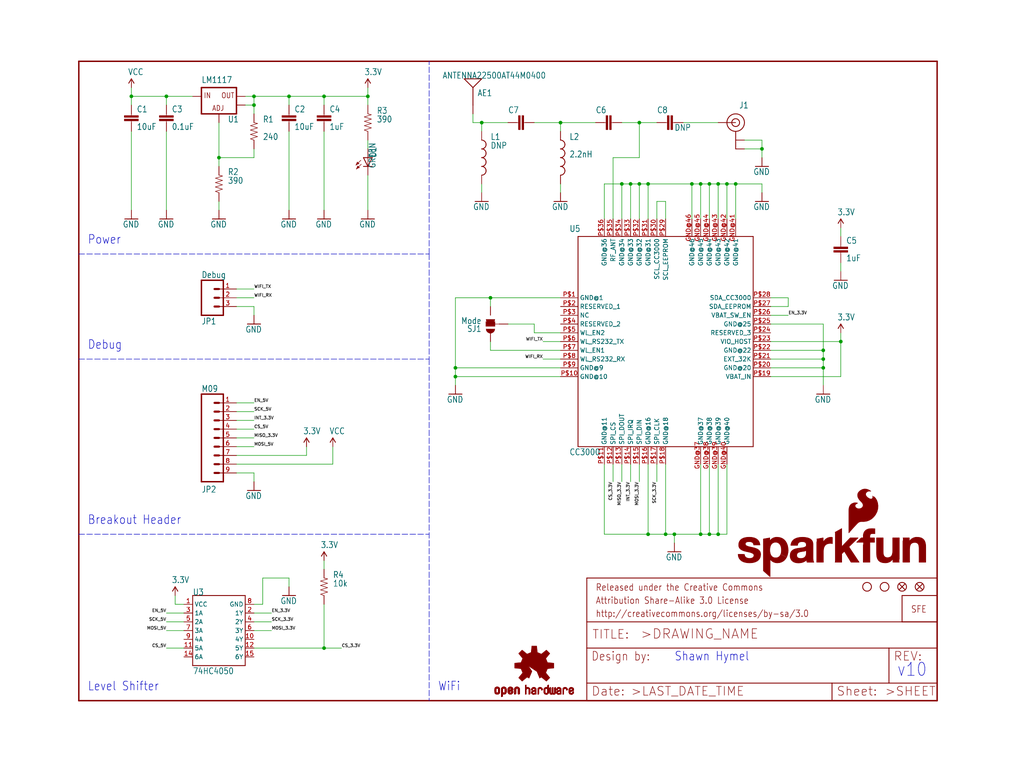
<source format=kicad_sch>
(kicad_sch (version 20211123) (generator eeschema)
  (paper "User" 297.002 223.926)
  (lib_symbols
    (symbol "eagleSchem-eagle-import:3.3V" (power)
      (property "Value" "3.3V" (at -1.016 3.556 0))
      (symbol "3.3V_1_0"
        (pin power_in line (at 0 0 90) (length 2.54) (name "3.3V") (number "1"))
      )
    )
    (symbol "eagleSchem-eagle-import:ANTENNA22500AT44M0400"
      (property "Value" "ANTENNA22500AT44M0400" (at 1.27 -2.54 0))
      (symbol "ANTENNA22500AT44M0400_1_0"
        (pin bidirectional line (at 0 -5.08 90) (length 2.54) (name "SIGNAL") (number "FEED"))
      )
    )
    (symbol "eagleSchem-eagle-import:CAP0603-CAP"
      (property "Reference" "C" (at 1.524 2.921 0))
      (property "Value" "CAP0603-CAP" (at 1.524 -2.159 0))
      (symbol "CAP0603-CAP_1_0"
        (pin passive line (at 0 5.08 270) (length 2.54) (name "1") (number "1"))
        (pin passive line (at 0 -2.54 90) (length 2.54) (name "2") (number "2"))
      )
    )
    (symbol "eagleSchem-eagle-import:CAP0805"
      (property "Reference" "C" (at 1.524 2.921 0))
      (property "Value" "CAP0805" (at 1.524 -2.159 0))
      (symbol "CAP0805_1_0"
        (pin passive line (at 0 5.08 270) (length 2.54) (name "1") (number "1"))
        (pin passive line (at 0 -2.54 90) (length 2.54) (name "2") (number "2"))
      )
    )
    (symbol "eagleSchem-eagle-import:CC3000"
      (property "Value" "CC3000" (at -27.94 -33.02 0))
      (symbol "CC3000_1_0"
        (pin bidirectional line (at 10.16 -35.56 90) (length 5.08) (name "GND@37") (number "GND@37"))
        (pin bidirectional line (at 12.7 -35.56 90) (length 5.08) (name "GND@38") (number "GND@38"))
        (pin bidirectional line (at 15.24 -35.56 90) (length 5.08) (name "GND@39") (number "GND@39"))
        (pin bidirectional line (at 17.78 -35.56 90) (length 5.08) (name "GND@40") (number "GND@40"))
        (pin bidirectional line (at 20.32 35.56 270) (length 5.08) (name "GND@41") (number "GND@41"))
        (pin bidirectional line (at 17.78 35.56 270) (length 5.08) (name "GND@42") (number "GND@42"))
        (pin bidirectional line (at 15.24 35.56 270) (length 5.08) (name "GND@43") (number "GND@43"))
        (pin bidirectional line (at 12.7 35.56 270) (length 5.08) (name "GND@44") (number "GND@44"))
        (pin bidirectional line (at 10.16 35.56 270) (length 5.08) (name "GND@45") (number "GND@45"))
        (pin bidirectional line (at 7.62 35.56 270) (length 5.08) (name "GND@46") (number "GND@46"))
        (pin bidirectional line (at -30.48 12.7 0) (length 5.08) (name "GND@1") (number "P$1"))
        (pin bidirectional line (at -30.48 -10.16 0) (length 5.08) (name "GND@10") (number "P$10"))
        (pin bidirectional line (at -17.78 -35.56 90) (length 5.08) (name "GND@11") (number "P$11"))
        (pin bidirectional line (at -15.24 -35.56 90) (length 5.08) (name "SPI_CS") (number "P$12"))
        (pin bidirectional line (at -12.7 -35.56 90) (length 5.08) (name "SPI_DOUT") (number "P$13"))
        (pin bidirectional line (at -10.16 -35.56 90) (length 5.08) (name "SPI_IRQ") (number "P$14"))
        (pin bidirectional line (at -7.62 -35.56 90) (length 5.08) (name "SPI_DIN") (number "P$15"))
        (pin bidirectional line (at -5.08 -35.56 90) (length 5.08) (name "GND@16") (number "P$16"))
        (pin bidirectional line (at -2.54 -35.56 90) (length 5.08) (name "SPI_CLK") (number "P$17"))
        (pin bidirectional line (at 0 -35.56 90) (length 5.08) (name "GND@18") (number "P$18"))
        (pin bidirectional line (at 30.48 -10.16 180) (length 5.08) (name "VBAT_IN") (number "P$19"))
        (pin bidirectional line (at -30.48 10.16 0) (length 5.08) (name "RESERVED_1") (number "P$2"))
        (pin bidirectional line (at 30.48 -7.62 180) (length 5.08) (name "GND@20") (number "P$20"))
        (pin bidirectional line (at 30.48 -5.08 180) (length 5.08) (name "EXT_32K") (number "P$21"))
        (pin bidirectional line (at 30.48 -2.54 180) (length 5.08) (name "GND@22") (number "P$22"))
        (pin bidirectional line (at 30.48 0 180) (length 5.08) (name "VIO_HOST") (number "P$23"))
        (pin bidirectional line (at 30.48 2.54 180) (length 5.08) (name "RESERVED_3") (number "P$24"))
        (pin bidirectional line (at 30.48 5.08 180) (length 5.08) (name "GND@25") (number "P$25"))
        (pin bidirectional line (at 30.48 7.62 180) (length 5.08) (name "VBAT_SW_EN") (number "P$26"))
        (pin bidirectional line (at 30.48 10.16 180) (length 5.08) (name "SDA_EEPROM") (number "P$27"))
        (pin bidirectional line (at 30.48 12.7 180) (length 5.08) (name "SDA_CC3000") (number "P$28"))
        (pin bidirectional line (at 0 35.56 270) (length 5.08) (name "SCL_EEPROM") (number "P$29"))
        (pin bidirectional line (at -30.48 7.62 0) (length 5.08) (name "NC") (number "P$3"))
        (pin bidirectional line (at -2.54 35.56 270) (length 5.08) (name "SCL_CC3000") (number "P$30"))
        (pin bidirectional line (at -5.08 35.56 270) (length 5.08) (name "GND@31") (number "P$31"))
        (pin bidirectional line (at -7.62 35.56 270) (length 5.08) (name "GND@32") (number "P$32"))
        (pin bidirectional line (at -10.16 35.56 270) (length 5.08) (name "GND@33") (number "P$33"))
        (pin bidirectional line (at -12.7 35.56 270) (length 5.08) (name "GND@34") (number "P$34"))
        (pin bidirectional line (at -15.24 35.56 270) (length 5.08) (name "RF_ANT") (number "P$35"))
        (pin bidirectional line (at -17.78 35.56 270) (length 5.08) (name "GND@36") (number "P$36"))
        (pin bidirectional line (at -30.48 5.08 0) (length 5.08) (name "RESERVED_2") (number "P$4"))
        (pin bidirectional line (at -30.48 2.54 0) (length 5.08) (name "WL_EN2") (number "P$5"))
        (pin bidirectional line (at -30.48 0 0) (length 5.08) (name "WL_RS232_TX") (number "P$6"))
        (pin bidirectional line (at -30.48 -2.54 0) (length 5.08) (name "WL_EN1") (number "P$7"))
        (pin bidirectional line (at -30.48 -5.08 0) (length 5.08) (name "WL_RS232_RX") (number "P$8"))
        (pin bidirectional line (at -30.48 -7.62 0) (length 5.08) (name "GND@9") (number "P$9"))
      )
    )
    (symbol "eagleSchem-eagle-import:FIDUCIAL1X2")
    (symbol "eagleSchem-eagle-import:FRAME-LETTER"
      (symbol "FRAME-LETTER_2_0"
        (text ">DRAWING_NAME" (at 15.494 17.78 0) (effects (font (size 2.7432 2.7432)) (justify left bottom)))
        (text ">LAST_DATE_TIME" (at 12.7 1.27 0) (effects (font (size 2.54 2.54)) (justify left bottom)))
        (text ">SHEET" (at 86.36 1.27 0) (effects (font (size 2.54 2.54)) (justify left bottom)))
        (text "Attribution Share-Alike 3.0 License" (at 2.54 27.94 0) (effects (font (size 1.9304 1.6408)) (justify left bottom)))
        (text "Date:" (at 1.27 1.27 0) (effects (font (size 2.54 2.54)) (justify left bottom)))
        (text "Design by:" (at 1.27 11.43 0) (effects (font (size 2.54 2.159)) (justify left bottom)))
        (text "http://creativecommons.org/licenses/by-sa/3.0" (at 2.54 24.13 0) (effects (font (size 1.9304 1.6408)) (justify left bottom)))
        (text "Released under the Creative Commons" (at 2.54 31.75 0) (effects (font (size 1.9304 1.6408)) (justify left bottom)))
        (text "REV:" (at 88.9 11.43 0) (effects (font (size 2.54 2.54)) (justify left bottom)))
        (text "Sheet:" (at 72.39 1.27 0) (effects (font (size 2.54 2.54)) (justify left bottom)))
        (text "TITLE:" (at 1.524 17.78 0) (effects (font (size 2.54 2.54)) (justify left bottom)))
      )
    )
    (symbol "eagleSchem-eagle-import:GND" (power)
      (property "Value" "GND" (at -2.54 -2.54 0))
      (symbol "GND_1_0"
        (pin power_in line (at 0 2.54 270) (length 2.54) (name "GND") (number "1"))
      )
    )
    (symbol "eagleSchem-eagle-import:HEX_CONVERTER"
      (property "Reference" "U" (at -7.62 10.16 0))
      (property "Value" "HEX_CONVERTER" (at -7.62 -12.7 0))
      (symbol "HEX_CONVERTER_1_0"
        (pin bidirectional line (at -10.16 7.62 0) (length 2.54) (name "VCC") (number "1"))
        (pin bidirectional line (at 10.16 -2.54 180) (length 2.54) (name "4Y") (number "10"))
        (pin bidirectional line (at -10.16 -5.08 0) (length 2.54) (name "5A") (number "11"))
        (pin bidirectional line (at 10.16 -5.08 180) (length 2.54) (name "5Y") (number "12"))
        (pin bidirectional line (at -10.16 -7.62 0) (length 2.54) (name "6A") (number "14"))
        (pin bidirectional line (at 10.16 -7.62 180) (length 2.54) (name "6Y") (number "15"))
        (pin bidirectional line (at 10.16 5.08 180) (length 2.54) (name "1Y") (number "2"))
        (pin bidirectional line (at -10.16 5.08 0) (length 2.54) (name "1A") (number "3"))
        (pin bidirectional line (at 10.16 2.54 180) (length 2.54) (name "2Y") (number "4"))
        (pin bidirectional line (at -10.16 2.54 0) (length 2.54) (name "2A") (number "5"))
        (pin bidirectional line (at 10.16 0 180) (length 2.54) (name "3Y") (number "6"))
        (pin bidirectional line (at -10.16 0 0) (length 2.54) (name "3A") (number "7"))
        (pin bidirectional line (at 10.16 7.62 180) (length 2.54) (name "GND") (number "8"))
        (pin bidirectional line (at -10.16 -2.54 0) (length 2.54) (name "4A") (number "9"))
      )
    )
    (symbol "eagleSchem-eagle-import:INDUCTOR0603"
      (property "Reference" "L" (at 2.54 5.08 0))
      (property "Value" "INDUCTOR0603" (at 2.54 -5.08 0))
      (symbol "INDUCTOR0603_1_0"
        (pin passive line (at 0 7.62 270) (length 2.54) (name "1") (number "1"))
        (pin passive line (at 0 -7.62 90) (length 2.54) (name "2") (number "2"))
      )
    )
    (symbol "eagleSchem-eagle-import:LED-GREEN0603"
      (property "Reference" "D" (at 3.556 -4.572 90))
      (property "Value" "LED-GREEN0603" (at 5.715 -4.572 90))
      (symbol "LED-GREEN0603_1_0"
        (pin passive line (at 0 2.54 270) (length 2.54) (name "A") (number "A"))
        (pin passive line (at 0 -5.08 90) (length 2.54) (name "C") (number "C"))
      )
    )
    (symbol "eagleSchem-eagle-import:LOGO-SFESK"
      (symbol "LOGO-SFESK_1_0"
        (text "SFE" (at 0 0 0) (effects (font (size 1.9304 1.6408)) (justify left bottom)))
      )
    )
    (symbol "eagleSchem-eagle-import:M03PTH"
      (property "Reference" "JP" (at -2.54 5.842 0))
      (property "Value" "M03PTH" (at -2.54 -7.62 0))
      (symbol "M03PTH_1_0"
        (pin passive line (at 7.62 -2.54 180) (length 5.08) (name "1") (number "1"))
        (pin passive line (at 7.62 0 180) (length 5.08) (name "2") (number "2"))
        (pin passive line (at 7.62 2.54 180) (length 5.08) (name "3") (number "3"))
      )
    )
    (symbol "eagleSchem-eagle-import:M09"
      (property "Reference" "JP" (at 0 16.51 0))
      (property "Value" "M09" (at 0 -15.24 0))
      (symbol "M09_1_0"
        (pin passive line (at 10.16 -10.16 180) (length 5.08) (name "1") (number "1"))
        (pin passive line (at 10.16 -7.62 180) (length 5.08) (name "2") (number "2"))
        (pin passive line (at 10.16 -5.08 180) (length 5.08) (name "3") (number "3"))
        (pin passive line (at 10.16 -2.54 180) (length 5.08) (name "4") (number "4"))
        (pin passive line (at 10.16 0 180) (length 5.08) (name "5") (number "5"))
        (pin passive line (at 10.16 2.54 180) (length 5.08) (name "6") (number "6"))
        (pin passive line (at 10.16 5.08 180) (length 5.08) (name "7") (number "7"))
        (pin passive line (at 10.16 7.62 180) (length 5.08) (name "8") (number "8"))
        (pin passive line (at 10.16 10.16 180) (length 5.08) (name "9") (number "9"))
      )
    )
    (symbol "eagleSchem-eagle-import:OSHW-LOGOS")
    (symbol "eagleSchem-eagle-import:RESISTOR0603"
      (property "Reference" "R" (at -3.81 1.4986 0))
      (property "Value" "RESISTOR0603" (at -3.81 -3.302 0))
      (symbol "RESISTOR0603_1_0"
        (pin passive line (at -5.08 0 0) (length 2.54) (name "1") (number "1"))
        (pin passive line (at 5.08 0 180) (length 2.54) (name "2") (number "2"))
      )
    )
    (symbol "eagleSchem-eagle-import:RESISTOR0603-RES"
      (property "Reference" "R" (at -3.81 1.4986 0))
      (property "Value" "RESISTOR0603-RES" (at -3.81 -3.302 0))
      (symbol "RESISTOR0603-RES_1_0"
        (pin passive line (at -5.08 0 0) (length 2.54) (name "1") (number "1"))
        (pin passive line (at 5.08 0 180) (length 2.54) (name "2") (number "2"))
      )
    )
    (symbol "eagleSchem-eagle-import:SFE_LOGO_NAME_FLAME.1_INCH")
    (symbol "eagleSchem-eagle-import:SOLDERJUMPER_2WAYPASTE1&2"
      (property "Reference" "SJ" (at 2.54 0.381 0))
      (property "Value" "SOLDERJUMPER_2WAYPASTE1&2" (at 2.54 -1.905 0))
      (symbol "SOLDERJUMPER_2WAYPASTE1&2_1_0"
        (pin passive line (at 0 5.08 270) (length 2.54) (name "1") (number "1"))
        (pin passive line (at -5.08 0 0) (length 2.54) (name "2") (number "2"))
        (pin passive line (at 0 -5.08 90) (length 2.54) (name "3") (number "3"))
      )
    )
    (symbol "eagleSchem-eagle-import:STAND-OFF")
    (symbol "eagleSchem-eagle-import:U.FL"
      (property "Reference" "J" (at -3.81 4.064 0))
      (symbol "U.FL_1_0"
        (pin bidirectional line (at -2.54 -5.08 0) (length 2.54) (name "GND@0") (number "P$1"))
        (pin bidirectional line (at -2.54 -7.62 0) (length 2.54) (name "GND@1") (number "P$2"))
        (pin bidirectional line (at 5.08 0 180) (length 5.08) (name "SIGNAL") (number "P$3"))
      )
    )
    (symbol "eagleSchem-eagle-import:VCC" (power)
      (property "Value" "VCC" (at -1.016 3.556 0))
      (symbol "VCC_1_0"
        (pin power_in line (at 0 0 90) (length 2.54) (name "VCC") (number "1"))
      )
    )
    (symbol "eagleSchem-eagle-import:V_REG_LM1117SOT223"
      (property "Reference" "IC" (at 2.54 -7.62 0))
      (property "Value" "V_REG_LM1117SOT223" (at 2.54 -10.16 0))
      (symbol "V_REG_LM1117SOT223_1_0"
        (text "ADJ" (at -2.032 -4.318 0) (effects (font (size 1.524 1.2954)) (justify left bottom)))
        (text "IN" (at -4.445 -0.635 0) (effects (font (size 1.524 1.2954)) (justify left bottom)))
        (text "OUT" (at 0.635 -0.635 0) (effects (font (size 1.524 1.2954)) (justify left bottom)))
        (pin input line (at 0 -7.62 90) (length 2.54) (name "ADJ") (number "1"))
        (pin output line (at 7.62 0 180) (length 2.54) (name "OUT") (number "2"))
        (pin input line (at -7.62 0 0) (length 2.54) (name "IN") (number "3"))
        (pin output line (at 7.62 -2.54 180) (length 2.54) (name "OUT@1") (number "4"))
      )
    )
  )
  (junction (at 238.76 104.14))
  (junction (at 106.68 27.94))
  (junction (at 187.96 53.34))
  (junction (at 208.28 53.34))
  (junction (at 205.74 53.34))
  (junction (at 238.76 106.68))
  (junction (at 238.76 101.6))
  (junction (at 63.5 45.72))
  (junction (at 73.66 27.94))
  (junction (at 213.36 53.34))
  (junction (at 48.26 27.94))
  (junction (at 203.2 53.34))
  (junction (at 203.2 154.94))
  (junction (at 185.42 35.56))
  (junction (at 220.98 43.18))
  (junction (at 208.28 154.94))
  (junction (at 200.66 53.34))
  (junction (at 193.04 154.94))
  (junction (at 180.34 53.34))
  (junction (at 187.96 154.94))
  (junction (at 195.58 154.94))
  (junction (at 93.98 187.96))
  (junction (at 243.84 99.06))
  (junction (at 182.88 53.34))
  (junction (at 38.1 27.94))
  (junction (at 139.7 35.56))
  (junction (at 162.56 35.56))
  (junction (at 205.74 154.94))
  (junction (at 93.98 27.94))
  (junction (at 132.08 106.68))
  (junction (at 210.82 53.34))
  (junction (at 83.82 27.94))
  (junction (at 142.24 86.36))
  (junction (at 185.42 53.34))
  (junction (at 73.66 30.48))
  (junction (at 132.08 109.22))
  (wire (pts (xy 187.96 53.34) (xy 200.66 53.34)))
  (wire (pts (xy 93.98 187.96) (xy 99.06 187.96)))
  (wire (pts (xy 162.56 86.36) (xy 142.24 86.36)))
  (wire (pts (xy 73.66 30.48) (xy 73.66 33.02)))
  (wire (pts (xy 139.7 35.56) (xy 137.16 35.56)))
  (wire (pts (xy 228.6 88.9) (xy 223.52 88.9)))
  (wire (pts (xy 68.58 132.08) (xy 88.9 132.08)))
  (wire (pts (xy 220.98 43.18) (xy 220.98 45.72)))
  (wire (pts (xy 132.08 106.68) (xy 132.08 109.22)))
  (wire (pts (xy 205.74 63.5) (xy 205.74 53.34)))
  (wire (pts (xy 177.8 134.62) (xy 177.8 139.7)))
  (wire (pts (xy 223.52 99.06) (xy 243.84 99.06)))
  (wire (pts (xy 180.34 53.34) (xy 182.88 53.34)))
  (wire (pts (xy 93.98 175.26) (xy 93.98 187.96)))
  (wire (pts (xy 220.98 40.64) (xy 220.98 43.18)))
  (wire (pts (xy 73.66 27.94) (xy 83.82 27.94)))
  (wire (pts (xy 93.98 38.1) (xy 93.98 60.96)))
  (wire (pts (xy 180.34 63.5) (xy 180.34 53.34)))
  (wire (pts (xy 185.42 63.5) (xy 185.42 53.34)))
  (wire (pts (xy 182.88 53.34) (xy 185.42 53.34)))
  (wire (pts (xy 106.68 25.4) (xy 106.68 27.94)))
  (wire (pts (xy 223.52 109.22) (xy 243.84 109.22)))
  (wire (pts (xy 193.04 154.94) (xy 195.58 154.94)))
  (wire (pts (xy 132.08 109.22) (xy 132.08 111.76)))
  (wire (pts (xy 238.76 104.14) (xy 238.76 106.68)))
  (wire (pts (xy 175.26 63.5) (xy 175.26 53.34)))
  (wire (pts (xy 162.56 109.22) (xy 132.08 109.22)))
  (wire (pts (xy 48.26 30.48) (xy 48.26 27.94)))
  (wire (pts (xy 53.34 182.88) (xy 48.26 182.88)))
  (wire (pts (xy 213.36 53.34) (xy 220.98 53.34)))
  (wire (pts (xy 210.82 63.5) (xy 210.82 53.34)))
  (wire (pts (xy 182.88 63.5) (xy 182.88 53.34)))
  (wire (pts (xy 93.98 165.1) (xy 93.98 162.56)))
  (wire (pts (xy 198.12 35.56) (xy 208.28 35.56)))
  (wire (pts (xy 243.84 66.04) (xy 243.84 68.58)))
  (wire (pts (xy 243.84 76.2) (xy 243.84 78.74)))
  (wire (pts (xy 73.66 187.96) (xy 93.98 187.96)))
  (wire (pts (xy 195.58 154.94) (xy 203.2 154.94)))
  (wire (pts (xy 68.58 124.46) (xy 73.66 124.46)))
  (wire (pts (xy 203.2 154.94) (xy 205.74 154.94)))
  (wire (pts (xy 190.5 63.5) (xy 190.5 58.42)))
  (wire (pts (xy 215.9 43.18) (xy 220.98 43.18)))
  (wire (pts (xy 162.56 99.06) (xy 157.48 99.06)))
  (wire (pts (xy 132.08 86.36) (xy 132.08 106.68)))
  (wire (pts (xy 73.66 45.72) (xy 63.5 45.72)))
  (wire (pts (xy 208.28 63.5) (xy 208.28 53.34)))
  (wire (pts (xy 38.1 27.94) (xy 48.26 27.94)))
  (wire (pts (xy 48.26 38.1) (xy 48.26 60.96)))
  (wire (pts (xy 228.6 86.36) (xy 228.6 88.9)))
  (wire (pts (xy 93.98 30.48) (xy 93.98 27.94)))
  (wire (pts (xy 142.24 88.9) (xy 142.24 86.36)))
  (wire (pts (xy 162.56 96.52) (xy 154.94 96.52)))
  (wire (pts (xy 106.68 27.94) (xy 106.68 30.48)))
  (wire (pts (xy 50.8 175.26) (xy 50.8 172.72)))
  (polyline (pts (xy 124.46 73.66) (xy 124.46 17.78)))
  (wire (pts (xy 38.1 38.1) (xy 38.1 60.96)))
  (wire (pts (xy 203.2 53.34) (xy 205.74 53.34)))
  (wire (pts (xy 187.96 154.94) (xy 187.96 134.62)))
  (wire (pts (xy 220.98 53.34) (xy 220.98 55.88)))
  (polyline (pts (xy 124.46 73.66) (xy 124.46 104.14)))
  (wire (pts (xy 185.42 35.56) (xy 180.34 35.56)))
  (wire (pts (xy 223.52 93.98) (xy 238.76 93.98)))
  (wire (pts (xy 106.68 50.8) (xy 106.68 60.96)))
  (wire (pts (xy 175.26 53.34) (xy 180.34 53.34)))
  (wire (pts (xy 73.66 43.18) (xy 73.66 45.72)))
  (wire (pts (xy 208.28 53.34) (xy 210.82 53.34)))
  (wire (pts (xy 187.96 63.5) (xy 187.96 53.34)))
  (wire (pts (xy 190.5 35.56) (xy 185.42 35.56)))
  (wire (pts (xy 96.52 134.62) (xy 96.52 129.54)))
  (wire (pts (xy 162.56 38.1) (xy 162.56 35.56)))
  (wire (pts (xy 139.7 35.56) (xy 139.7 38.1)))
  (wire (pts (xy 142.24 101.6) (xy 162.56 101.6)))
  (wire (pts (xy 76.2 167.64) (xy 83.82 167.64)))
  (wire (pts (xy 83.82 27.94) (xy 83.82 30.48)))
  (wire (pts (xy 243.84 109.22) (xy 243.84 99.06)))
  (wire (pts (xy 172.72 35.56) (xy 162.56 35.56)))
  (wire (pts (xy 139.7 53.34) (xy 139.7 55.88)))
  (polyline (pts (xy 22.86 73.66) (xy 124.46 73.66)))
  (wire (pts (xy 147.32 35.56) (xy 139.7 35.56)))
  (wire (pts (xy 223.52 104.14) (xy 238.76 104.14)))
  (wire (pts (xy 205.74 134.62) (xy 205.74 154.94)))
  (wire (pts (xy 238.76 101.6) (xy 238.76 104.14)))
  (wire (pts (xy 142.24 99.06) (xy 142.24 101.6)))
  (wire (pts (xy 223.52 86.36) (xy 228.6 86.36)))
  (wire (pts (xy 68.58 121.92) (xy 73.66 121.92)))
  (wire (pts (xy 73.66 88.9) (xy 73.66 91.44)))
  (wire (pts (xy 162.56 35.56) (xy 154.94 35.56)))
  (wire (pts (xy 177.8 45.72) (xy 185.42 45.72)))
  (wire (pts (xy 73.66 177.8) (xy 78.74 177.8)))
  (wire (pts (xy 68.58 88.9) (xy 73.66 88.9)))
  (wire (pts (xy 162.56 106.68) (xy 132.08 106.68)))
  (wire (pts (xy 53.34 187.96) (xy 48.26 187.96)))
  (wire (pts (xy 68.58 119.38) (xy 73.66 119.38)))
  (wire (pts (xy 182.88 134.62) (xy 182.88 139.7)))
  (wire (pts (xy 68.58 83.82) (xy 73.66 83.82)))
  (wire (pts (xy 205.74 154.94) (xy 208.28 154.94)))
  (wire (pts (xy 162.56 53.34) (xy 162.56 55.88)))
  (wire (pts (xy 142.24 86.36) (xy 132.08 86.36)))
  (wire (pts (xy 180.34 134.62) (xy 180.34 139.7)))
  (wire (pts (xy 68.58 134.62) (xy 96.52 134.62)))
  (wire (pts (xy 190.5 134.62) (xy 190.5 139.7)))
  (wire (pts (xy 68.58 86.36) (xy 73.66 86.36)))
  (wire (pts (xy 185.42 45.72) (xy 185.42 35.56)))
  (wire (pts (xy 93.98 27.94) (xy 106.68 27.94)))
  (wire (pts (xy 208.28 134.62) (xy 208.28 154.94)))
  (wire (pts (xy 76.2 175.26) (xy 76.2 167.64)))
  (wire (pts (xy 71.12 27.94) (xy 73.66 27.94)))
  (wire (pts (xy 73.66 182.88) (xy 78.74 182.88)))
  (wire (pts (xy 210.82 53.34) (xy 213.36 53.34)))
  (wire (pts (xy 73.66 137.16) (xy 73.66 139.7)))
  (wire (pts (xy 83.82 38.1) (xy 83.82 60.96)))
  (wire (pts (xy 71.12 30.48) (xy 73.66 30.48)))
  (wire (pts (xy 53.34 177.8) (xy 48.26 177.8)))
  (wire (pts (xy 190.5 58.42) (xy 193.04 58.42)))
  (polyline (pts (xy 124.46 104.14) (xy 124.46 203.2)))
  (wire (pts (xy 223.52 106.68) (xy 238.76 106.68)))
  (wire (pts (xy 203.2 134.62) (xy 203.2 154.94)))
  (wire (pts (xy 154.94 93.98) (xy 147.32 93.98)))
  (wire (pts (xy 223.52 91.44) (xy 228.6 91.44)))
  (polyline (pts (xy 22.86 154.94) (xy 124.46 154.94)))
  (wire (pts (xy 83.82 167.64) (xy 83.82 170.18)))
  (wire (pts (xy 200.66 53.34) (xy 203.2 53.34)))
  (wire (pts (xy 63.5 45.72) (xy 63.5 48.26)))
  (wire (pts (xy 185.42 134.62) (xy 185.42 139.7)))
  (wire (pts (xy 195.58 154.94) (xy 195.58 157.48)))
  (wire (pts (xy 177.8 63.5) (xy 177.8 45.72)))
  (wire (pts (xy 53.34 175.26) (xy 50.8 175.26)))
  (wire (pts (xy 137.16 35.56) (xy 137.16 33.02)))
  (wire (pts (xy 68.58 127) (xy 73.66 127)))
  (wire (pts (xy 38.1 30.48) (xy 38.1 27.94)))
  (wire (pts (xy 38.1 27.94) (xy 38.1 25.4)))
  (wire (pts (xy 73.66 180.34) (xy 78.74 180.34)))
  (wire (pts (xy 63.5 35.56) (xy 63.5 45.72)))
  (wire (pts (xy 205.74 53.34) (xy 208.28 53.34)))
  (wire (pts (xy 223.52 101.6) (xy 238.76 101.6)))
  (wire (pts (xy 175.26 154.94) (xy 187.96 154.94)))
  (polyline (pts (xy 22.86 104.14) (xy 124.46 104.14)))
  (wire (pts (xy 243.84 99.06) (xy 243.84 96.52)))
  (wire (pts (xy 210.82 154.94) (xy 210.82 134.62)))
  (wire (pts (xy 53.34 180.34) (xy 48.26 180.34)))
  (wire (pts (xy 185.42 53.34) (xy 187.96 53.34)))
  (wire (pts (xy 68.58 137.16) (xy 73.66 137.16)))
  (wire (pts (xy 83.82 27.94) (xy 93.98 27.94)))
  (wire (pts (xy 193.04 134.62) (xy 193.04 154.94)))
  (wire (pts (xy 88.9 132.08) (xy 88.9 129.54)))
  (wire (pts (xy 238.76 106.68) (xy 238.76 111.76)))
  (wire (pts (xy 162.56 104.14) (xy 157.48 104.14)))
  (wire (pts (xy 193.04 58.42) (xy 193.04 63.5)))
  (wire (pts (xy 203.2 63.5) (xy 203.2 53.34)))
  (wire (pts (xy 200.66 63.5) (xy 200.66 53.34)))
  (wire (pts (xy 68.58 116.84) (xy 73.66 116.84)))
  (wire (pts (xy 213.36 63.5) (xy 213.36 53.34)))
  (wire (pts (xy 215.9 40.64) (xy 220.98 40.64)))
  (wire (pts (xy 106.68 40.64) (xy 106.68 43.18)))
  (wire (pts (xy 193.04 154.94) (xy 187.96 154.94)))
  (wire (pts (xy 73.66 27.94) (xy 73.66 30.48)))
  (wire (pts (xy 154.94 96.52) (xy 154.94 93.98)))
  (wire (pts (xy 68.58 129.54) (xy 73.66 129.54)))
  (wire (pts (xy 175.26 134.62) (xy 175.26 154.94)))
  (wire (pts (xy 73.66 175.26) (xy 76.2 175.26)))
  (wire (pts (xy 208.28 154.94) (xy 210.82 154.94)))
  (wire (pts (xy 63.5 58.42) (xy 63.5 60.96)))
  (wire (pts (xy 48.26 27.94) (xy 55.88 27.94)))
  (wire (pts (xy 238.76 93.98) (xy 238.76 101.6)))
  (text "v10" (at 260.096 196.596 180) (effects (font (size 3.81 3.2385)) (justify left bottom)))
  (text "Shawn Hymel" (at 195.58 190.5 180) (effects (font (size 2.54 2.159)) (justify left)))
  (text "Breakout Header" (at 25.4 152.4 180) (effects (font (size 2.54 2.159)) (justify left bottom)))
  (text "Level Shifter" (at 25.4 200.66 180) (effects (font (size 2.54 2.159)) (justify left bottom)))
  (text "Power" (at 25.4 71.12 180) (effects (font (size 2.54 2.159)) (justify left bottom)))
  (text "Debug" (at 25.4 101.6 180) (effects (font (size 2.54 2.159)) (justify left bottom)))
  (text "WiFi" (at 127 200.66 180) (effects (font (size 2.54 2.159)) (justify left bottom)))
  (label "EN_5V" (at 73.66 116.84 0) (effects (font (size 0.889 0.889))))
  (label "MISO_3.3V" (at 73.66 127 0) (effects (font (size 0.889 0.889))))
  (label "MOSI_5V" (at 73.66 129.54 0) (effects (font (size 0.889 0.889))))
  (label "INT_3.3V" (at 182.88 139.7 270) (effects (font (size 0.889 0.889))))
  (label "WIFI_TX" (at 73.66 83.82 0) (effects (font (size 0.889 0.889))))
  (label "CS_5V" (at 73.66 124.46 0) (effects (font (size 0.889 0.889))))
  (label "WIFI_TX" (at 157.48 99.06 180) (effects (font (size 0.889 0.889))))
  (label "MISO_3.3V" (at 180.34 139.7 270) (effects (font (size 0.889 0.889))))
  (label "MOSI_3.3V" (at 185.42 139.7 270) (effects (font (size 0.889 0.889))))
  (label "EN_3.3V" (at 228.6 91.44 0) (effects (font (size 0.889 0.889))))
  (label "CS_3.3V" (at 99.06 187.96 0) (effects (font (size 0.889 0.889))))
  (label "SCK_5V" (at 48.26 180.34 180) (effects (font (size 0.889 0.889))))
  (label "INT_3.3V" (at 73.66 121.92 0) (effects (font (size 0.889 0.889))))
  (label "SCK_3.3V" (at 78.74 180.34 0) (effects (font (size 0.889 0.889))))
  (label "EN_5V" (at 48.26 177.8 180) (effects (font (size 0.889 0.889))))
  (label "CS_5V" (at 48.26 187.96 180) (effects (font (size 0.889 0.889))))
  (label "EN_3.3V" (at 78.74 177.8 0) (effects (font (size 0.889 0.889))))
  (label "SCK_3.3V" (at 190.5 139.7 270) (effects (font (size 0.889 0.889))))
  (label "WIFI_RX" (at 73.66 86.36 0) (effects (font (size 0.889 0.889))))
  (label "WIFI_RX" (at 157.48 104.14 180) (effects (font (size 0.889 0.889))))
  (label "MOSI_5V" (at 48.26 182.88 180) (effects (font (size 0.889 0.889))))
  (label "SCK_5V" (at 73.66 119.38 0) (effects (font (size 0.889 0.889))))
  (label "MOSI_3.3V" (at 78.74 182.88 0) (effects (font (size 0.889 0.889))))
  (label "CS_3.3V" (at 177.8 139.7 270) (effects (font (size 0.889 0.889))))
  (symbol (lib_id "eagleSchem-eagle-import:U.FL") (at 213.36 35.56 0) (mirror y) (unit 1)
    (property "Reference" "J1" (at 217.17 31.496 0) (effects (font (size 1.778 1.5113)) (justify left bottom)))
    (property "Value" "U.FL" (effects hide))
    (property "Footprint" "eagleSchem:U.FL" (effects hide))
  )
  (symbol (lib_id "eagleSchem-eagle-import:GND") (at 195.58 160.02 0) (unit 1)
    (property "Reference" "#GND11" (effects hide))
    (property "Value" "GND" (at 193.04 162.56 0) (effects (font (size 1.778 1.5113)) (justify left bottom)))
    (property "Footprint" "eagleSchem:" (effects hide))
  )
  (symbol (lib_id "eagleSchem-eagle-import:GND") (at 132.08 114.3 0) (unit 1)
    (property "Reference" "#GND10" (effects hide))
    (property "Value" "GND" (at 129.54 116.84 0) (effects (font (size 1.778 1.5113)) (justify left bottom)))
    (property "Footprint" "eagleSchem:" (effects hide))
  )
  (symbol (lib_id "eagleSchem-eagle-import:FRAME-LETTER") (at 170.18 203.2 0) (unit 2)
    (property "Reference" "FRAME1" (effects hide))
    (property "Value" "FRAME-LETTER" (effects hide))
    (property "Footprint" "eagleSchem:CREATIVE_COMMONS" (effects hide))
  )
  (symbol (lib_id "eagleSchem-eagle-import:3.3V") (at 88.9 129.54 0) (unit 1)
    (property "Reference" "#SUPPLY1" (effects hide))
    (property "Value" "3.3V" (at 87.884 125.984 0) (effects (font (size 1.778 1.5113)) (justify left bottom)))
    (property "Footprint" "eagleSchem:" (effects hide))
  )
  (symbol (lib_id "eagleSchem-eagle-import:GND") (at 243.84 81.28 0) (unit 1)
    (property "Reference" "#GND12" (effects hide))
    (property "Value" "GND" (at 241.3 83.82 0) (effects (font (size 1.778 1.5113)) (justify left bottom)))
    (property "Footprint" "eagleSchem:" (effects hide))
  )
  (symbol (lib_id "eagleSchem-eagle-import:CAP0805") (at 83.82 35.56 0) (unit 1)
    (property "Reference" "C2" (at 85.344 32.639 0) (effects (font (size 1.778 1.5113)) (justify left bottom)))
    (property "Value" "10uF" (at 85.344 37.719 0) (effects (font (size 1.778 1.5113)) (justify left bottom)))
    (property "Footprint" "eagleSchem:0805" (effects hide))
  )
  (symbol (lib_id "eagleSchem-eagle-import:GND") (at 83.82 63.5 0) (unit 1)
    (property "Reference" "#GND4" (effects hide))
    (property "Value" "GND" (at 81.28 66.04 0) (effects (font (size 1.778 1.5113)) (justify left bottom)))
    (property "Footprint" "eagleSchem:" (effects hide))
  )
  (symbol (lib_id "eagleSchem-eagle-import:GND") (at 73.66 142.24 0) (unit 1)
    (property "Reference" "#GND7" (effects hide))
    (property "Value" "GND" (at 71.12 144.78 0) (effects (font (size 1.778 1.5113)) (justify left bottom)))
    (property "Footprint" "eagleSchem:" (effects hide))
  )
  (symbol (lib_id "eagleSchem-eagle-import:GND") (at 83.82 172.72 0) (unit 1)
    (property "Reference" "#GND6" (effects hide))
    (property "Value" "GND" (at 81.28 175.26 0) (effects (font (size 1.778 1.5113)) (justify left bottom)))
    (property "Footprint" "eagleSchem:" (effects hide))
  )
  (symbol (lib_id "eagleSchem-eagle-import:CAP0805") (at 38.1 35.56 0) (unit 1)
    (property "Reference" "C1" (at 39.624 32.639 0) (effects (font (size 1.778 1.5113)) (justify left bottom)))
    (property "Value" "10uF" (at 39.624 37.719 0) (effects (font (size 1.778 1.5113)) (justify left bottom)))
    (property "Footprint" "eagleSchem:0805" (effects hide))
  )
  (symbol (lib_id "eagleSchem-eagle-import:GND") (at 162.56 58.42 0) (unit 1)
    (property "Reference" "#GND17" (effects hide))
    (property "Value" "GND" (at 160.02 60.96 0) (effects (font (size 1.778 1.5113)) (justify left bottom)))
    (property "Footprint" "eagleSchem:" (effects hide))
  )
  (symbol (lib_id "eagleSchem-eagle-import:GND") (at 73.66 93.98 0) (unit 1)
    (property "Reference" "#GND18" (effects hide))
    (property "Value" "GND" (at 71.12 96.52 0) (effects (font (size 1.778 1.5113)) (justify left bottom)))
    (property "Footprint" "eagleSchem:" (effects hide))
  )
  (symbol (lib_id "eagleSchem-eagle-import:GND") (at 106.68 63.5 0) (unit 1)
    (property "Reference" "#GND19" (effects hide))
    (property "Value" "GND" (at 104.14 66.04 0) (effects (font (size 1.778 1.5113)) (justify left bottom)))
    (property "Footprint" "eagleSchem:" (effects hide))
  )
  (symbol (lib_id "eagleSchem-eagle-import:M03PTH") (at 60.96 86.36 0) (mirror x) (unit 1)
    (property "Reference" "JP1" (at 58.42 92.202 0) (effects (font (size 1.778 1.5113)) (justify left bottom)))
    (property "Value" "Debug" (at 58.42 78.74 0) (effects (font (size 1.778 1.5113)) (justify left bottom)))
    (property "Footprint" "eagleSchem:1X03" (effects hide))
  )
  (symbol (lib_id "eagleSchem-eagle-import:GND") (at 139.7 58.42 0) (unit 1)
    (property "Reference" "#GND16" (effects hide))
    (property "Value" "GND" (at 137.16 60.96 0) (effects (font (size 1.778 1.5113)) (justify left bottom)))
    (property "Footprint" "eagleSchem:" (effects hide))
  )
  (symbol (lib_id "eagleSchem-eagle-import:GND") (at 220.98 48.26 0) (unit 1)
    (property "Reference" "#GND15" (effects hide))
    (property "Value" "GND" (at 218.44 50.8 0) (effects (font (size 1.778 1.5113)) (justify left bottom)))
    (property "Footprint" "eagleSchem:" (effects hide))
  )
  (symbol (lib_id "eagleSchem-eagle-import:VCC") (at 96.52 129.54 0) (unit 1)
    (property "Reference" "#SUPPLY3" (effects hide))
    (property "Value" "VCC" (at 95.504 125.984 0) (effects (font (size 1.778 1.5113)) (justify left bottom)))
    (property "Footprint" "eagleSchem:" (effects hide))
  )
  (symbol (lib_id "eagleSchem-eagle-import:INDUCTOR0603") (at 162.56 45.72 0) (unit 1)
    (property "Reference" "L2" (at 165.1 40.64 0) (effects (font (size 1.778 1.5113)) (justify left bottom)))
    (property "Value" "2.2nH" (at 165.1 45.72 0) (effects (font (size 1.778 1.5113)) (justify left bottom)))
    (property "Footprint" "eagleSchem:0603" (effects hide))
  )
  (symbol (lib_id "eagleSchem-eagle-import:OSHW-LOGOS") (at 154.94 193.04 0) (unit 1)
    (property "Reference" "LOGO1" (effects hide))
    (property "Value" "OSHW-LOGOS" (effects hide))
    (property "Footprint" "eagleSchem:OSHW-LOGO-S" (effects hide))
  )
  (symbol (lib_id "eagleSchem-eagle-import:3.3V") (at 243.84 96.52 0) (unit 1)
    (property "Reference" "#SUPPLY6" (effects hide))
    (property "Value" "3.3V" (at 242.824 92.964 0) (effects (font (size 1.778 1.5113)) (justify left bottom)))
    (property "Footprint" "eagleSchem:" (effects hide))
  )
  (symbol (lib_id "eagleSchem-eagle-import:GND") (at 238.76 114.3 0) (unit 1)
    (property "Reference" "#GND13" (effects hide))
    (property "Value" "GND" (at 236.22 116.84 0) (effects (font (size 1.778 1.5113)) (justify left bottom)))
    (property "Footprint" "eagleSchem:" (effects hide))
  )
  (symbol (lib_id "eagleSchem-eagle-import:RESISTOR0603-RES") (at 93.98 170.18 90) (unit 1)
    (property "Reference" "R4" (at 96.52 167.6654 90) (effects (font (size 1.778 1.5113)) (justify right top)))
    (property "Value" "10k" (at 96.52 170.18 90) (effects (font (size 1.778 1.5113)) (justify right top)))
    (property "Footprint" "eagleSchem:0603-RES" (effects hide))
  )
  (symbol (lib_id "eagleSchem-eagle-import:M09") (at 58.42 127 0) (mirror x) (unit 1)
    (property "Reference" "JP2" (at 58.42 140.97 0) (effects (font (size 1.778 1.5113)) (justify left bottom)))
    (property "Value" "M09" (at 58.42 111.76 0) (effects (font (size 1.778 1.5113)) (justify left bottom)))
    (property "Footprint" "eagleSchem:1X09" (effects hide))
  )
  (symbol (lib_id "eagleSchem-eagle-import:INDUCTOR0603") (at 139.7 45.72 0) (unit 1)
    (property "Reference" "L1" (at 142.24 40.64 0) (effects (font (size 1.778 1.5113)) (justify left bottom)))
    (property "Value" "DNP" (at 142.24 43.18 0) (effects (font (size 1.778 1.5113)) (justify left bottom)))
    (property "Footprint" "eagleSchem:0603" (effects hide))
  )
  (symbol (lib_id "eagleSchem-eagle-import:GND") (at 220.98 58.42 0) (unit 1)
    (property "Reference" "#GND14" (effects hide))
    (property "Value" "GND" (at 218.44 60.96 0) (effects (font (size 1.778 1.5113)) (justify left bottom)))
    (property "Footprint" "eagleSchem:" (effects hide))
  )
  (symbol (lib_id "eagleSchem-eagle-import:RESISTOR0603-RES") (at 106.68 35.56 90) (unit 1)
    (property "Reference" "R3" (at 109.22 33.0454 90) (effects (font (size 1.778 1.5113)) (justify right top)))
    (property "Value" "390" (at 109.22 35.56 90) (effects (font (size 1.778 1.5113)) (justify right top)))
    (property "Footprint" "eagleSchem:0603-RES" (effects hide))
  )
  (symbol (lib_id "eagleSchem-eagle-import:CAP0805") (at 93.98 35.56 0) (unit 1)
    (property "Reference" "C4" (at 95.504 32.639 0) (effects (font (size 1.778 1.5113)) (justify left bottom)))
    (property "Value" "1uF" (at 95.504 37.719 0) (effects (font (size 1.778 1.5113)) (justify left bottom)))
    (property "Footprint" "eagleSchem:0805" (effects hide))
  )
  (symbol (lib_id "eagleSchem-eagle-import:ANTENNA22500AT44M0400") (at 137.16 27.94 0) (unit 1)
    (property "Reference" "AE1" (at 138.43 27.94 0) (effects (font (size 1.778 1.5113)) (justify left bottom)))
    (property "Value" "ANTENNA22500AT44M0400" (at 128.27 22.86 0) (effects (font (size 1.778 1.5113)) (justify left bottom)))
    (property "Footprint" "eagleSchem:ANTENNA-CHIP_2500AT44M0400" (effects hide))
  )
  (symbol (lib_id "eagleSchem-eagle-import:LED-GREEN0603") (at 106.68 45.72 0) (unit 1)
    (property "Reference" "D1" (at 109.22 45.72 90) (effects (font (size 1.778 1.5113)) (justify left bottom)))
    (property "Value" "GREEN" (at 108.966 48.895 90) (effects (font (size 1.778 1.5113)) (justify left bottom)))
    (property "Footprint" "eagleSchem:LED-0603" (effects hide))
  )
  (symbol (lib_id "eagleSchem-eagle-import:STAND-OFF") (at 251.46 170.18 0) (unit 1)
    (property "Reference" "STANDOFF2" (effects hide))
    (property "Value" "STAND-OFF" (effects hide))
    (property "Footprint" "eagleSchem:STAND-OFF" (effects hide))
  )
  (symbol (lib_id "eagleSchem-eagle-import:CAP0603-CAP") (at 177.8 35.56 90) (unit 1)
    (property "Reference" "C6" (at 172.72 32.893 90) (effects (font (size 1.778 1.5113)) (justify right top)))
    (property "Value" "10pF" (at 177.8 37.973 90) (effects (font (size 1.778 1.5113)) (justify right top)))
    (property "Footprint" "eagleSchem:0603-CAP" (effects hide))
    (property "Value" "10pF" (effects hide))
    (property "Value" "10pF" (effects hide))
  )
  (symbol (lib_id "eagleSchem-eagle-import:RESISTOR0603") (at 63.5 53.34 90) (unit 1)
    (property "Reference" "R2" (at 66.04 50.8254 90) (effects (font (size 1.778 1.5113)) (justify right top)))
    (property "Value" "390" (at 66.04 53.34 90) (effects (font (size 1.778 1.5113)) (justify right top)))
    (property "Footprint" "eagleSchem:0603-RES" (effects hide))
  )
  (symbol (lib_id "eagleSchem-eagle-import:3.3V") (at 50.8 172.72 0) (unit 1)
    (property "Reference" "#SUPPLY2" (effects hide))
    (property "Value" "3.3V" (at 49.784 169.164 0) (effects (font (size 1.778 1.5113)) (justify left bottom)))
    (property "Footprint" "eagleSchem:" (effects hide))
  )
  (symbol (lib_id "eagleSchem-eagle-import:CC3000") (at 193.04 99.06 0) (unit 1)
    (property "Reference" "U5" (at 165.1 67.31 0) (effects (font (size 1.778 1.5113)) (justify left bottom)))
    (property "Value" "CC3000" (at 165.1 132.08 0) (effects (font (size 1.778 1.5113)) (justify left bottom)))
    (property "Footprint" "eagleSchem:QFN-46_CC3000" (effects hide))
  )
  (symbol (lib_id "eagleSchem-eagle-import:FIDUCIAL1X2") (at 261.62 170.18 0) (unit 1)
    (property "Reference" "FID2" (effects hide))
    (property "Value" "FIDUCIAL1X2" (effects hide))
    (property "Footprint" "eagleSchem:FIDUCIAL-1X2" (effects hide))
  )
  (symbol (lib_id "eagleSchem-eagle-import:3.3V") (at 243.84 66.04 0) (unit 1)
    (property "Reference" "#SUPPLY7" (effects hide))
    (property "Value" "3.3V" (at 242.824 62.484 0) (effects (font (size 1.778 1.5113)) (justify left bottom)))
    (property "Footprint" "eagleSchem:" (effects hide))
  )
  (symbol (lib_id "eagleSchem-eagle-import:CAP0805") (at 243.84 73.66 0) (unit 1)
    (property "Reference" "C5" (at 245.364 70.739 0) (effects (font (size 1.778 1.5113)) (justify left bottom)))
    (property "Value" "1uF" (at 245.364 75.819 0) (effects (font (size 1.778 1.5113)) (justify left bottom)))
    (property "Footprint" "eagleSchem:0805" (effects hide))
  )
  (symbol (lib_id "eagleSchem-eagle-import:VCC") (at 38.1 25.4 0) (unit 1)
    (property "Reference" "#SUPPLY4" (effects hide))
    (property "Value" "VCC" (at 37.084 21.844 0) (effects (font (size 1.778 1.5113)) (justify left bottom)))
    (property "Footprint" "eagleSchem:" (effects hide))
  )
  (symbol (lib_id "eagleSchem-eagle-import:3.3V") (at 93.98 162.56 0) (unit 1)
    (property "Reference" "#SUPPLY8" (effects hide))
    (property "Value" "3.3V" (at 92.964 159.004 0) (effects (font (size 1.778 1.5113)) (justify left bottom)))
    (property "Footprint" "eagleSchem:" (effects hide))
  )
  (symbol (lib_id "eagleSchem-eagle-import:GND") (at 38.1 63.5 0) (unit 1)
    (property "Reference" "#GND3" (effects hide))
    (property "Value" "GND" (at 35.56 66.04 0) (effects (font (size 1.778 1.5113)) (justify left bottom)))
    (property "Footprint" "eagleSchem:" (effects hide))
  )
  (symbol (lib_id "eagleSchem-eagle-import:STAND-OFF") (at 256.54 170.18 0) (unit 1)
    (property "Reference" "STANDOFF1" (effects hide))
    (property "Value" "STAND-OFF" (effects hide))
    (property "Footprint" "eagleSchem:STAND-OFF" (effects hide))
  )
  (symbol (lib_id "eagleSchem-eagle-import:SOLDERJUMPER_2WAYPASTE1&2") (at 142.24 93.98 180) (unit 1)
    (property "Reference" "SJ1" (at 139.7 94.361 0) (effects (font (size 1.778 1.5113)) (justify left bottom)))
    (property "Value" "Mode" (at 139.7 92.075 0) (effects (font (size 1.778 1.5113)) (justify left bottom)))
    (property "Footprint" "eagleSchem:SJ_3_PASTE1&2" (effects hide))
  )
  (symbol (lib_id "eagleSchem-eagle-import:CAP0603-CAP") (at 48.26 35.56 0) (unit 1)
    (property "Reference" "C3" (at 49.784 32.639 0) (effects (font (size 1.778 1.5113)) (justify left bottom)))
    (property "Value" "0.1uF" (at 49.784 37.719 0) (effects (font (size 1.778 1.5113)) (justify left bottom)))
    (property "Footprint" "eagleSchem:0603-CAP" (effects hide))
  )
  (symbol (lib_id "eagleSchem-eagle-import:V_REG_LM1117SOT223") (at 63.5 27.94 0) (unit 1)
    (property "Reference" "U1" (at 66.04 35.56 0) (effects (font (size 1.778 1.5113)) (justify left bottom)))
    (property "Value" "LM1117" (at 58.42 24.13 0) (effects (font (size 1.778 1.5113)) (justify left bottom)))
    (property "Footprint" "eagleSchem:SOT223" (effects hide))
  )
  (symbol (lib_id "eagleSchem-eagle-import:RESISTOR0603") (at 73.66 38.1 90) (unit 1)
    (property "Reference" "R1" (at 76.2 35.5854 90) (effects (font (size 1.778 1.5113)) (justify right top)))
    (property "Value" "240" (at 76.2 40.64 90) (effects (font (size 1.778 1.5113)) (justify right top)))
    (property "Footprint" "eagleSchem:0603-RES" (effects hide))
  )
  (symbol (lib_id "eagleSchem-eagle-import:SFE_LOGO_NAME_FLAME.1_INCH") (at 213.36 167.64 0) (unit 1)
    (property "Reference" "LOGO4" (effects hide))
    (property "Value" "SFE_LOGO_NAME_FLAME.1_INCH" (effects hide))
    (property "Footprint" "eagleSchem:SFE_LOGO_NAME_FLAME_.1" (effects hide))
  )
  (symbol (lib_id "eagleSchem-eagle-import:CAP0603-CAP") (at 195.58 35.56 90) (unit 1)
    (property "Reference" "C8" (at 190.5 32.893 90) (effects (font (size 1.778 1.5113)) (justify right top)))
    (property "Value" "DNP" (at 195.58 37.973 90) (effects (font (size 1.778 1.5113)) (justify right top)))
    (property "Footprint" "eagleSchem:0603-CAP" (effects hide))
  )
  (symbol (lib_id "eagleSchem-eagle-import:CAP0603-CAP") (at 152.4 35.56 90) (unit 1)
    (property "Reference" "C7" (at 147.32 32.893 90) (effects (font (size 1.778 1.5113)) (justify right top)))
    (property "Value" "2.2pF" (at 152.4 40.513 90) (effects (font (size 1.778 1.5113)) (justify right top)))
    (property "Footprint" "eagleSchem:0603-CAP" (effects hide))
    (property "Value" "2.2pF" (effects hide))
    (property "Value" "2.2pF" (effects hide))
  )
  (symbol (lib_id "eagleSchem-eagle-import:HEX_CONVERTER") (at 63.5 182.88 0) (unit 1)
    (property "Reference" "U3" (at 55.88 172.72 0) (effects (font (size 1.778 1.5113)) (justify left bottom)))
    (property "Value" "74HC4050" (at 55.88 195.58 0) (effects (font (size 1.778 1.5113)) (justify left bottom)))
    (property "Footprint" "eagleSchem:SO016" (effects hide))
  )
  (symbol (lib_id "eagleSchem-eagle-import:GND") (at 93.98 63.5 0) (unit 1)
    (property "Reference" "#GND5" (effects hide))
    (property "Value" "GND" (at 91.44 66.04 0) (effects (font (size 1.778 1.5113)) (justify left bottom)))
    (property "Footprint" "eagleSchem:" (effects hide))
  )
  (symbol (lib_id "eagleSchem-eagle-import:FIDUCIAL1X2") (at 266.7 170.18 0) (unit 1)
    (property "Reference" "FID1" (effects hide))
    (property "Value" "FIDUCIAL1X2" (effects hide))
    (property "Footprint" "eagleSchem:FIDUCIAL-1X2" (effects hide))
  )
  (symbol (lib_id "eagleSchem-eagle-import:LOGO-SFESK") (at 264.16 177.8 0) (unit 1)
    (property "Reference" "LOGO3" (effects hide))
    (property "Value" "LOGO-SFESK" (effects hide))
    (property "Footprint" "eagleSchem:SFE-LOGO-FLAME" (effects hide))
  )
  (symbol (lib_id "eagleSchem-eagle-import:GND") (at 48.26 63.5 0) (unit 1)
    (property "Reference" "#GND2" (effects hide))
    (property "Value" "GND" (at 45.72 66.04 0) (effects (font (size 1.778 1.5113)) (justify left bottom)))
    (property "Footprint" "eagleSchem:" (effects hide))
  )
  (symbol (lib_id "eagleSchem-eagle-import:FRAME-LETTER") (at 22.86 203.2 0) (unit 1)
    (property "Reference" "FRAME1" (effects hide))
    (property "Value" "FRAME-LETTER" (effects hide))
    (property "Footprint" "eagleSchem:CREATIVE_COMMONS" (effects hide))
  )
  (symbol (lib_id "eagleSchem-eagle-import:3.3V") (at 106.68 25.4 0) (unit 1)
    (property "Reference" "#SUPPLY5" (effects hide))
    (property "Value" "3.3V" (at 105.664 21.844 0) (effects (font (size 1.778 1.5113)) (justify left bottom)))
    (property "Footprint" "eagleSchem:" (effects hide))
  )
  (symbol (lib_id "eagleSchem-eagle-import:GND") (at 63.5 63.5 0) (unit 1)
    (property "Reference" "#GND1" (effects hide))
    (property "Value" "GND" (at 60.96 66.04 0) (effects (font (size 1.778 1.5113)) (justify left bottom)))
    (property "Footprint" "eagleSchem:" (effects hide))
  )
)
</source>
